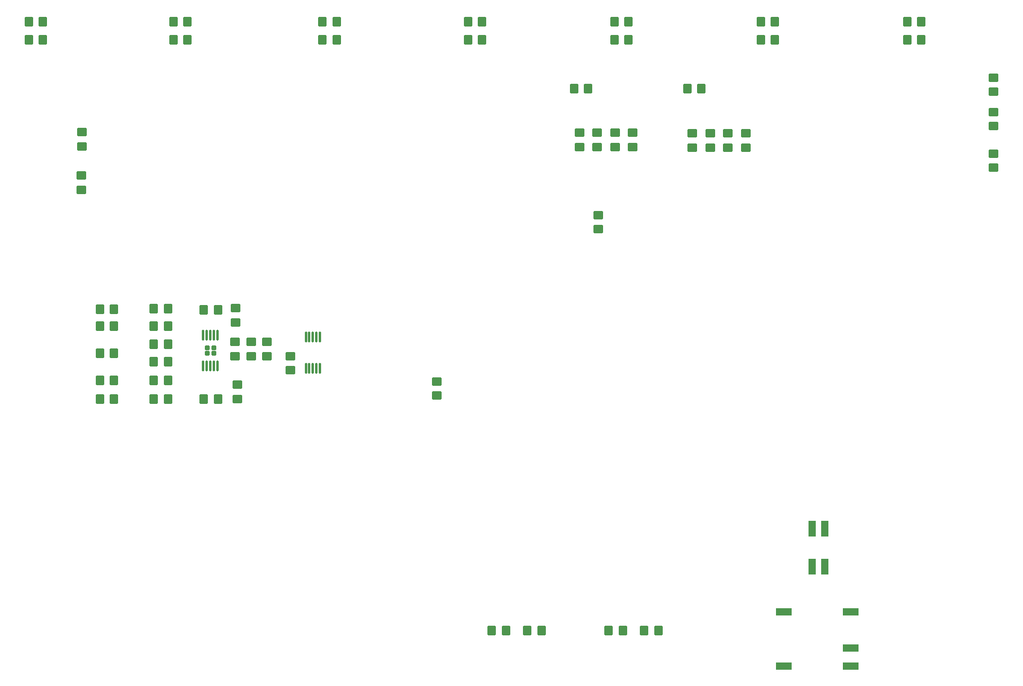
<source format=gbr>
%TF.GenerationSoftware,KiCad,Pcbnew,6.0.8-f2edbf62ab~116~ubuntu20.04.1*%
%TF.CreationDate,2023-08-02T22:58:18+02:00*%
%TF.ProjectId,Board_Bluetooth_radio_platform,426f6172-645f-4426-9c75-65746f6f7468,rev?*%
%TF.SameCoordinates,Original*%
%TF.FileFunction,Paste,Top*%
%TF.FilePolarity,Positive*%
%FSLAX46Y46*%
G04 Gerber Fmt 4.6, Leading zero omitted, Abs format (unit mm)*
G04 Created by KiCad (PCBNEW 6.0.8-f2edbf62ab~116~ubuntu20.04.1) date 2023-08-02 22:58:18*
%MOMM*%
%LPD*%
G01*
G04 APERTURE LIST*
G04 Aperture macros list*
%AMRoundRect*
0 Rectangle with rounded corners*
0 $1 Rounding radius*
0 $2 $3 $4 $5 $6 $7 $8 $9 X,Y pos of 4 corners*
0 Add a 4 corners polygon primitive as box body*
4,1,4,$2,$3,$4,$5,$6,$7,$8,$9,$2,$3,0*
0 Add four circle primitives for the rounded corners*
1,1,$1+$1,$2,$3*
1,1,$1+$1,$4,$5*
1,1,$1+$1,$6,$7*
1,1,$1+$1,$8,$9*
0 Add four rect primitives between the rounded corners*
20,1,$1+$1,$2,$3,$4,$5,0*
20,1,$1+$1,$4,$5,$6,$7,0*
20,1,$1+$1,$6,$7,$8,$9,0*
20,1,$1+$1,$8,$9,$2,$3,0*%
G04 Aperture macros list end*
%ADD10RoundRect,0.250000X-0.350000X-0.450000X0.350000X-0.450000X0.350000X0.450000X-0.350000X0.450000X0*%
%ADD11RoundRect,0.250000X0.450000X-0.350000X0.450000X0.350000X-0.450000X0.350000X-0.450000X-0.350000X0*%
%ADD12RoundRect,0.250000X-0.450000X0.350000X-0.450000X-0.350000X0.450000X-0.350000X0.450000X0.350000X0*%
%ADD13R,2.300000X1.000000*%
%ADD14RoundRect,0.250000X0.350000X0.450000X-0.350000X0.450000X-0.350000X-0.450000X0.350000X-0.450000X0*%
%ADD15R,1.000000X2.200000*%
%ADD16RoundRect,0.157500X-0.222500X0.157500X-0.222500X-0.157500X0.222500X-0.157500X0.222500X0.157500X0*%
%ADD17RoundRect,0.075000X-0.075000X0.650000X-0.075000X-0.650000X0.075000X-0.650000X0.075000X0.650000X0*%
G04 APERTURE END LIST*
D10*
%TO.C,C11*%
X41000000Y-87500000D03*
X43000000Y-87500000D03*
%TD*%
D11*
%TO.C,C17*%
X60300000Y-90100000D03*
X60300000Y-88100000D03*
%TD*%
D12*
%TO.C,C6*%
X131800000Y-52800000D03*
X131800000Y-54800000D03*
%TD*%
%TO.C,R43*%
X88392000Y-87646000D03*
X88392000Y-89646000D03*
%TD*%
%TO.C,C16*%
X60050000Y-77350000D03*
X60050000Y-79350000D03*
%TD*%
D13*
%TO.C,U2*%
X146552000Y-127633000D03*
X146552000Y-125093000D03*
X146552000Y-120013000D03*
X137152000Y-120013000D03*
X137152000Y-127633000D03*
%TD*%
D11*
%TO.C,R16*%
X110900000Y-54700000D03*
X110900000Y-52700000D03*
%TD*%
D10*
%TO.C,R30*%
X154448000Y-37084000D03*
X156448000Y-37084000D03*
%TD*%
%TO.C,R32*%
X133874000Y-37084000D03*
X135874000Y-37084000D03*
%TD*%
%TO.C,R20*%
X48600000Y-84900000D03*
X50600000Y-84900000D03*
%TD*%
D14*
%TO.C,R33*%
X115300000Y-39624000D03*
X113300000Y-39624000D03*
%TD*%
D10*
%TO.C,R12*%
X107650000Y-46482000D03*
X109650000Y-46482000D03*
%TD*%
D12*
%TO.C,C3*%
X166624000Y-49800000D03*
X166624000Y-51800000D03*
%TD*%
%TO.C,C7*%
X115900000Y-52700000D03*
X115900000Y-54700000D03*
%TD*%
D10*
%TO.C,R34*%
X113300000Y-37084000D03*
X115300000Y-37084000D03*
%TD*%
%TO.C,C12*%
X41000000Y-90100000D03*
X43000000Y-90100000D03*
%TD*%
D11*
%TO.C,C15*%
X64520000Y-84074000D03*
X64520000Y-82074000D03*
%TD*%
D10*
%TO.C,R36*%
X92726000Y-37084000D03*
X94726000Y-37084000D03*
%TD*%
D11*
%TO.C,R7*%
X38500000Y-54650000D03*
X38500000Y-52650000D03*
%TD*%
%TO.C,C18*%
X62270000Y-84074000D03*
X62270000Y-82074000D03*
%TD*%
%TO.C,R15*%
X113400000Y-54700000D03*
X113400000Y-52700000D03*
%TD*%
%TO.C,R10*%
X166624000Y-57642000D03*
X166624000Y-55642000D03*
%TD*%
D10*
%TO.C,R4*%
X117513000Y-122663000D03*
X119513000Y-122663000D03*
%TD*%
D11*
%TO.C,C5*%
X108400000Y-54700000D03*
X108400000Y-52700000D03*
%TD*%
D10*
%TO.C,R18*%
X48600000Y-79900000D03*
X50600000Y-79900000D03*
%TD*%
D14*
%TO.C,R41*%
X33004000Y-39624000D03*
X31004000Y-39624000D03*
%TD*%
D10*
%TO.C,R42*%
X31004000Y-37084000D03*
X33004000Y-37084000D03*
%TD*%
D14*
%TO.C,R35*%
X94726000Y-39624000D03*
X92726000Y-39624000D03*
%TD*%
%TO.C,R39*%
X53324000Y-39624000D03*
X51324000Y-39624000D03*
%TD*%
D11*
%TO.C,R14*%
X126800000Y-54800000D03*
X126800000Y-52800000D03*
%TD*%
D10*
%TO.C,R2*%
X101058000Y-122663000D03*
X103058000Y-122663000D03*
%TD*%
%TO.C,R40*%
X51324000Y-37084000D03*
X53324000Y-37084000D03*
%TD*%
D11*
%TO.C,R8*%
X166624000Y-46974000D03*
X166624000Y-44974000D03*
%TD*%
D10*
%TO.C,C8*%
X41000000Y-77500000D03*
X43000000Y-77500000D03*
%TD*%
%TO.C,R11*%
X123550000Y-46482000D03*
X125550000Y-46482000D03*
%TD*%
D15*
%TO.C,L1*%
X141086000Y-113648000D03*
X141086000Y-108348000D03*
X142886000Y-108348000D03*
X142886000Y-113648000D03*
%TD*%
D10*
%TO.C,R21*%
X48600000Y-87500000D03*
X50600000Y-87500000D03*
%TD*%
%TO.C,R26*%
X55600000Y-77600000D03*
X57600000Y-77600000D03*
%TD*%
%TO.C,R22*%
X48600000Y-90100000D03*
X50600000Y-90100000D03*
%TD*%
D14*
%TO.C,R29*%
X156448000Y-39624000D03*
X154448000Y-39624000D03*
%TD*%
%TO.C,R31*%
X135874000Y-39624000D03*
X133874000Y-39624000D03*
%TD*%
D16*
%TO.C,U3*%
X57020000Y-83680000D03*
X56080000Y-83680000D03*
X56080000Y-82900000D03*
X57020000Y-82900000D03*
D17*
X57550000Y-81140000D03*
X57050000Y-81140000D03*
X56550000Y-81140000D03*
X56050000Y-81140000D03*
X55550000Y-81140000D03*
X55550000Y-85440000D03*
X56050000Y-85440000D03*
X56550000Y-85440000D03*
X57050000Y-85440000D03*
X57550000Y-85440000D03*
%TD*%
D12*
%TO.C,C19*%
X60020000Y-82074000D03*
X60020000Y-84074000D03*
%TD*%
D10*
%TO.C,R19*%
X48600000Y-82400000D03*
X50600000Y-82400000D03*
%TD*%
%TO.C,R17*%
X48600000Y-77400000D03*
X50600000Y-77400000D03*
%TD*%
D12*
%TO.C,R28*%
X111064000Y-64278000D03*
X111064000Y-66278000D03*
%TD*%
D10*
%TO.C,C9*%
X41000000Y-79900000D03*
X43000000Y-79900000D03*
%TD*%
D12*
%TO.C,R9*%
X38450000Y-58750000D03*
X38450000Y-60750000D03*
%TD*%
D10*
%TO.C,R38*%
X72315000Y-37084000D03*
X74315000Y-37084000D03*
%TD*%
D11*
%TO.C,C4*%
X124300000Y-54800000D03*
X124300000Y-52800000D03*
%TD*%
D14*
%TO.C,R1*%
X98108000Y-122663000D03*
X96108000Y-122663000D03*
%TD*%
D11*
%TO.C,C20*%
X67750000Y-86090000D03*
X67750000Y-84090000D03*
%TD*%
D10*
%TO.C,C10*%
X41000000Y-83700000D03*
X43000000Y-83700000D03*
%TD*%
D14*
%TO.C,R3*%
X114513000Y-122663000D03*
X112513000Y-122663000D03*
%TD*%
D10*
%TO.C,R27*%
X55600000Y-90100000D03*
X57600000Y-90100000D03*
%TD*%
D11*
%TO.C,R13*%
X129300000Y-54800000D03*
X129300000Y-52800000D03*
%TD*%
D14*
%TO.C,R37*%
X74315000Y-39624000D03*
X72315000Y-39624000D03*
%TD*%
D17*
%TO.C,U4*%
X71950000Y-81400000D03*
X71450000Y-81400000D03*
X70950000Y-81400000D03*
X70450000Y-81400000D03*
X69950000Y-81400000D03*
X69950000Y-85800000D03*
X70450000Y-85800000D03*
X70950000Y-85800000D03*
X71450000Y-85800000D03*
X71950000Y-85800000D03*
%TD*%
M02*

</source>
